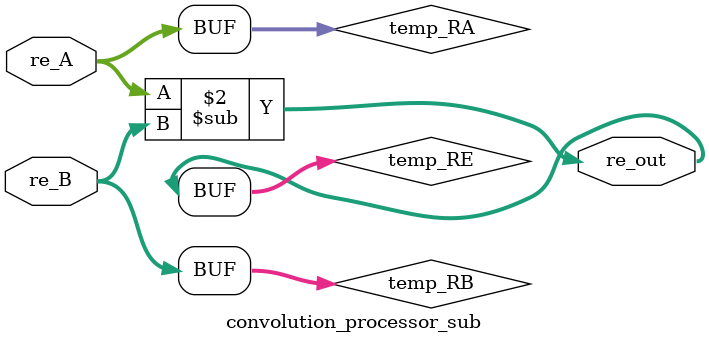
<source format=sv>
`timescale 1ns / 1ps
/*	
   ===================================================================
   Module Name  : complex subtractor
      
   Filename     : complexSubtractor.v
   Type         : Verilog Module
   
   Description  : 
                  Complex subtractor with independent buses for real and imaginary parts.
                  Input    :  "DATA_WIDTH" length word in 2's complement representation.
                  Output   :  "DATA_WIDTH" length word in 2's complement representation.
                  
                  Designer must take care of overflow. 
                  We recommend to instantiate a "DATA WIDTH" length subtractor for "DATA WIDTH-1" length inputs.
                  
   -----------------------------------------------------------------------------
   Clocks      : -
   Reset       : -
   Parameters  :   
         NAME                         Comments                                            Default
         -------------------------------------------------------------------------------------------
         DATA_WIDTH              Number of data bits for inputs and outputs               18 
         -------------------------------------------------------------------------------------------
   Version     : 1.0
   Data        : 14 Nov 2018
   Revision    : -
   Reviser     : -		
   ------------------------------------------------------------------------------
      Modification Log "please register all the modifications in this area"
      (D/M/Y)  
      
   ----------------------
   // Instance template
   ----------------------
   complexSubtractor
   #(
      .DATA_WIDTH    ()
   )
   "MODULE_NAME"
   (
       .re_A      (),
       .im_A      (),
       .re_B      (),
       .im_B      (),
       .re_out    (),
       .im_out    ()
   );
*/
module convolution_processor_sub
#(parameter DATA_WIDTH = 18)
(
    input  [DATA_WIDTH-1 : 0] re_A,
	 input  [DATA_WIDTH-1 : 0] re_B,
    output [DATA_WIDTH-1 : 0] re_out
);
	
	reg signed [DATA_WIDTH -1: 0] temp_RA;
	reg signed [DATA_WIDTH -1: 0] temp_RB;
	
	wire signed [DATA_WIDTH -1: 0] temp_RE;
	
	always@(re_A, re_B)
	begin
		temp_RA = re_A;
		temp_RB = re_B;
	end 
	
	assign temp_RE = temp_RA - temp_RB;
	
	assign re_out = temp_RE;
endmodule


</source>
